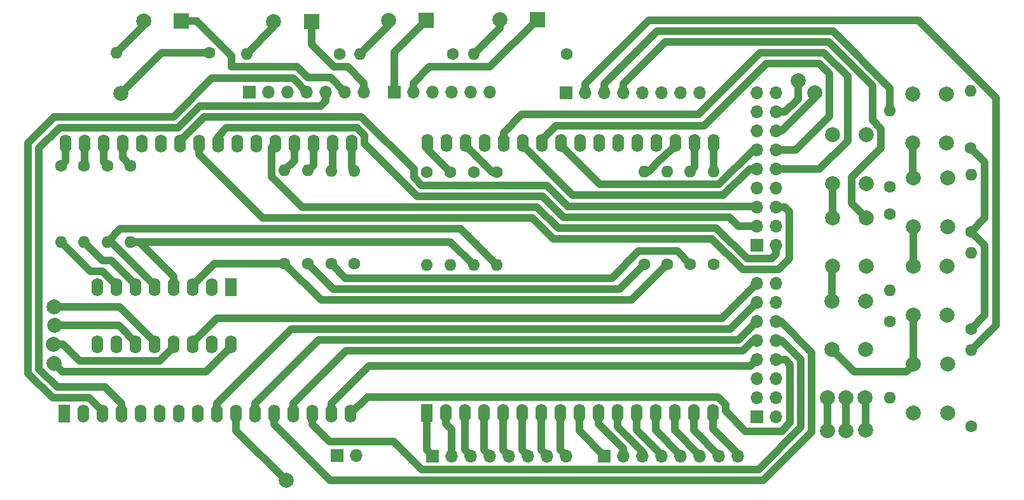
<source format=gbr>
G04 #@! TF.GenerationSoftware,KiCad,Pcbnew,7.0.2*
G04 #@! TF.CreationDate,2023-05-10T23:43:37-04:00*
G04 #@! TF.ProjectId,Tetris,54657472-6973-42e6-9b69-6361645f7063,rev?*
G04 #@! TF.SameCoordinates,Original*
G04 #@! TF.FileFunction,Copper,L2,Bot*
G04 #@! TF.FilePolarity,Positive*
%FSLAX46Y46*%
G04 Gerber Fmt 4.6, Leading zero omitted, Abs format (unit mm)*
G04 Created by KiCad (PCBNEW 7.0.2) date 2023-05-10 23:43:37*
%MOMM*%
%LPD*%
G01*
G04 APERTURE LIST*
G04 #@! TA.AperFunction,ComponentPad*
%ADD10O,1.600000X1.600000*%
G04 #@! TD*
G04 #@! TA.AperFunction,ComponentPad*
%ADD11C,1.600000*%
G04 #@! TD*
G04 #@! TA.AperFunction,ComponentPad*
%ADD12C,2.000000*%
G04 #@! TD*
G04 #@! TA.AperFunction,ComponentPad*
%ADD13R,1.600000X2.400000*%
G04 #@! TD*
G04 #@! TA.AperFunction,ComponentPad*
%ADD14O,1.600000X2.400000*%
G04 #@! TD*
G04 #@! TA.AperFunction,ComponentPad*
%ADD15R,2.000000X2.000000*%
G04 #@! TD*
G04 #@! TA.AperFunction,ComponentPad*
%ADD16R,1.700000X1.700000*%
G04 #@! TD*
G04 #@! TA.AperFunction,ComponentPad*
%ADD17O,1.700000X1.700000*%
G04 #@! TD*
G04 #@! TA.AperFunction,ViaPad*
%ADD18C,2.000000*%
G04 #@! TD*
G04 #@! TA.AperFunction,Conductor*
%ADD19C,1.000000*%
G04 #@! TD*
G04 APERTURE END LIST*
D10*
G04 #@! TO.P,R13,2*
G04 #@! TO.N,/S5*
X105000000Y-102100000D03*
D11*
G04 #@! TO.P,R13,1*
G04 #@! TO.N,Net-(M2-P_5)*
X105000000Y-91940000D03*
G04 #@! TD*
D10*
G04 #@! TO.P,R14,2*
G04 #@! TO.N,/S6*
X101900000Y-102075000D03*
D11*
G04 #@! TO.P,R14,1*
G04 #@! TO.N,Net-(M2-P_6)*
X101900000Y-91915000D03*
G04 #@! TD*
D12*
G04 #@! TO.P,SW3,1,1*
G04 #@! TO.N,/18*
X213700000Y-105300000D03*
X213700000Y-111800000D03*
G04 #@! TO.P,SW3,2,2*
G04 #@! TO.N,+5V*
X209200000Y-105300000D03*
X209200000Y-111800000D03*
G04 #@! TD*
G04 #@! TO.P,SW6,1,1*
G04 #@! TO.N,/17*
X202950000Y-98850000D03*
X202950000Y-105350000D03*
G04 #@! TO.P,SW6,2,2*
G04 #@! TO.N,+5V*
X198450000Y-98850000D03*
X198450000Y-105350000D03*
G04 #@! TD*
D11*
G04 #@! TO.P,R2,1*
G04 #@! TO.N,/S2*
X179525000Y-105075000D03*
D10*
G04 #@! TO.P,R2,2*
G04 #@! TO.N,Net-(M1-P_2)*
X179525000Y-92675000D03*
G04 #@! TD*
D11*
G04 #@! TO.P,R3,1*
G04 #@! TO.N,/S3*
X173375000Y-105075000D03*
D10*
G04 #@! TO.P,R3,2*
G04 #@! TO.N,Net-(M1-P_3)*
X173375000Y-92675000D03*
G04 #@! TD*
G04 #@! TO.P,R15,2*
G04 #@! TO.N,/S7*
X98800000Y-102075000D03*
D11*
G04 #@! TO.P,R15,1*
G04 #@! TO.N,Net-(M2-P_7)*
X98800000Y-91915000D03*
G04 #@! TD*
D12*
G04 #@! TO.P,SW5,1,1*
G04 #@! TO.N,/16*
X202950000Y-87800000D03*
X202950000Y-94300000D03*
G04 #@! TO.P,SW5,2,2*
G04 #@! TO.N,+5V*
X198450000Y-87800000D03*
X198450000Y-94300000D03*
G04 #@! TD*
D13*
G04 #@! TO.P,M1,1,B_1*
G04 #@! TO.N,/A0*
X144400000Y-124900000D03*
D14*
G04 #@! TO.P,M1,2,B_2*
G04 #@! TO.N,/A1*
X146940000Y-124900000D03*
G04 #@! TO.P,M1,3,B_3*
G04 #@! TO.N,/A2*
X149480000Y-124900000D03*
G04 #@! TO.P,M1,4,B_4*
G04 #@! TO.N,/A3*
X152020000Y-124900000D03*
G04 #@! TO.P,M1,5,B_5*
G04 #@! TO.N,/A4*
X154560000Y-124900000D03*
G04 #@! TO.P,M1,6,B_6*
G04 #@! TO.N,/A5*
X157100000Y-124900000D03*
G04 #@! TO.P,M1,7,B_7*
G04 #@! TO.N,/A6*
X159640000Y-124900000D03*
G04 #@! TO.P,M1,8,B_8*
G04 #@! TO.N,/A7*
X162180000Y-124900000D03*
G04 #@! TO.P,M1,9,R_1*
G04 #@! TO.N,/A8*
X164720000Y-124900000D03*
G04 #@! TO.P,M1,10,R_2*
G04 #@! TO.N,/A9*
X167260000Y-124900000D03*
G04 #@! TO.P,M1,11,R_3*
G04 #@! TO.N,/A10*
X169800000Y-124900000D03*
G04 #@! TO.P,M1,12,R_4*
G04 #@! TO.N,/A11*
X172340000Y-124900000D03*
G04 #@! TO.P,M1,13,R_5*
G04 #@! TO.N,/A12*
X174880000Y-124900000D03*
G04 #@! TO.P,M1,14,R_6*
G04 #@! TO.N,/A13*
X177420000Y-124900000D03*
G04 #@! TO.P,M1,15,R_7*
G04 #@! TO.N,/A14*
X179960000Y-124900000D03*
G04 #@! TO.P,M1,16,R_8*
G04 #@! TO.N,/A15*
X182500000Y-124900000D03*
G04 #@! TO.P,M1,17,P_1*
G04 #@! TO.N,Net-(M1-P_1)*
X182600000Y-88900000D03*
G04 #@! TO.P,M1,18,P_2*
G04 #@! TO.N,Net-(M1-P_2)*
X180060000Y-88900000D03*
G04 #@! TO.P,M1,19,P_3*
G04 #@! TO.N,Net-(M1-P_3)*
X177520000Y-88900000D03*
G04 #@! TO.P,M1,20,P_4*
G04 #@! TO.N,Net-(M1-P_4)*
X174980000Y-88900000D03*
G04 #@! TO.P,M1,21,G_8*
G04 #@! TO.N,/22*
X172440000Y-88900000D03*
G04 #@! TO.P,M1,22,G_7*
G04 #@! TO.N,/23*
X169900000Y-88900000D03*
G04 #@! TO.P,M1,23,G_6*
G04 #@! TO.N,/24*
X167360000Y-88900000D03*
G04 #@! TO.P,M1,24,G_5*
G04 #@! TO.N,/25*
X164820000Y-88900000D03*
G04 #@! TO.P,M1,25,G_4*
G04 #@! TO.N,/26*
X162280000Y-88900000D03*
G04 #@! TO.P,M1,26,G_3*
G04 #@! TO.N,/27*
X159740000Y-88900000D03*
G04 #@! TO.P,M1,27,G_2*
G04 #@! TO.N,/28*
X157200000Y-88900000D03*
G04 #@! TO.P,M1,28,G_1*
G04 #@! TO.N,/29*
X154660000Y-88900000D03*
G04 #@! TO.P,M1,29,P_5*
G04 #@! TO.N,Net-(M1-P_5)*
X152120000Y-88900000D03*
G04 #@! TO.P,M1,30,P_6*
G04 #@! TO.N,Net-(M1-P_6)*
X149580000Y-88900000D03*
G04 #@! TO.P,M1,31,P_7*
G04 #@! TO.N,Net-(M1-P_7)*
X147040000Y-88900000D03*
G04 #@! TO.P,M1,32,P_8*
G04 #@! TO.N,Net-(M1-P_8)*
X144500000Y-88900000D03*
G04 #@! TD*
D12*
G04 #@! TO.P,SW4,1,1*
G04 #@! TO.N,/15*
X213750000Y-118400000D03*
X213750000Y-124900000D03*
G04 #@! TO.P,SW4,2,2*
G04 #@! TO.N,+5V*
X209250000Y-118400000D03*
X209250000Y-124900000D03*
G04 #@! TD*
D11*
G04 #@! TO.P,R5,1*
G04 #@! TO.N,Net-(M1-P_5)*
X150675000Y-92775000D03*
D10*
G04 #@! TO.P,R5,2*
G04 #@! TO.N,/S5*
X150675000Y-105175000D03*
G04 #@! TD*
D15*
G04 #@! TO.P,BZ4,1,-*
G04 #@! TO.N,/\u002A9*
X111750000Y-72650000D03*
D12*
G04 #@! TO.P,BZ4,2,+*
G04 #@! TO.N,Net-(BZ4-+)*
X106750000Y-72650000D03*
G04 #@! TD*
G04 #@! TO.P,SW7,1,1*
G04 #@! TO.N,/21*
X202850000Y-109950000D03*
X202850000Y-116450000D03*
G04 #@! TO.P,SW7,2,2*
G04 #@! TO.N,+5V*
X198350000Y-109950000D03*
X198350000Y-116450000D03*
G04 #@! TD*
D13*
G04 #@! TO.P,M2,1,B_1*
G04 #@! TO.N,/\u002A13*
X96210000Y-125000000D03*
D14*
G04 #@! TO.P,M2,2,B_2*
G04 #@! TO.N,/\u002A12*
X98750000Y-125000000D03*
G04 #@! TO.P,M2,3,B_3*
G04 #@! TO.N,/\u002A11*
X101290000Y-125000000D03*
G04 #@! TO.P,M2,4,B_4*
G04 #@! TO.N,/\u002A10*
X103830000Y-125000000D03*
G04 #@! TO.P,M2,5,B_5*
G04 #@! TO.N,/50*
X106370000Y-125000000D03*
G04 #@! TO.P,M2,6,B_6*
G04 #@! TO.N,/51*
X108910000Y-125000000D03*
G04 #@! TO.P,M2,7,B_7*
G04 #@! TO.N,/\u002A52*
X111450000Y-125000000D03*
G04 #@! TO.P,M2,8,B_8*
G04 #@! TO.N,/53*
X113990000Y-125000000D03*
G04 #@! TO.P,M2,9,R_1*
G04 #@! TO.N,/42*
X116530000Y-125000000D03*
G04 #@! TO.P,M2,10,R_2*
G04 #@! TO.N,/43*
X119070000Y-125000000D03*
G04 #@! TO.P,M2,11,R_3*
G04 #@! TO.N,/\u002A44*
X121610000Y-125000000D03*
G04 #@! TO.P,M2,12,R_4*
G04 #@! TO.N,/\u002A45*
X124150000Y-125000000D03*
G04 #@! TO.P,M2,13,R_5*
G04 #@! TO.N,/\u002A46*
X126690000Y-125000000D03*
G04 #@! TO.P,M2,14,R_6*
G04 #@! TO.N,/47*
X129230000Y-125000000D03*
G04 #@! TO.P,M2,15,R_7*
G04 #@! TO.N,/48*
X131770000Y-125000000D03*
G04 #@! TO.P,M2,16,R_8*
G04 #@! TO.N,/49*
X134310000Y-125000000D03*
G04 #@! TO.P,M2,17,P_1*
G04 #@! TO.N,Net-(M2-P_1)*
X134410000Y-89000000D03*
G04 #@! TO.P,M2,18,P_2*
G04 #@! TO.N,Net-(M2-P_2)*
X131870000Y-89000000D03*
G04 #@! TO.P,M2,19,P_3*
G04 #@! TO.N,Net-(M2-P_3)*
X129330000Y-89000000D03*
G04 #@! TO.P,M2,20,P_4*
G04 #@! TO.N,Net-(M2-P_4)*
X126790000Y-89000000D03*
G04 #@! TO.P,M2,21,G_8*
G04 #@! TO.N,/37*
X124250000Y-89000000D03*
G04 #@! TO.P,M2,22,G_7*
G04 #@! TO.N,/36*
X121710000Y-89000000D03*
G04 #@! TO.P,M2,23,G_6*
G04 #@! TO.N,/35*
X119170000Y-89000000D03*
G04 #@! TO.P,M2,24,G_5*
G04 #@! TO.N,/34*
X116630000Y-89000000D03*
G04 #@! TO.P,M2,25,G_4*
G04 #@! TO.N,/33*
X114090000Y-89000000D03*
G04 #@! TO.P,M2,26,G_3*
G04 #@! TO.N,/32*
X111550000Y-89000000D03*
G04 #@! TO.P,M2,27,G_2*
G04 #@! TO.N,/31*
X109010000Y-89000000D03*
G04 #@! TO.P,M2,28,G_1*
G04 #@! TO.N,/30*
X106470000Y-89000000D03*
G04 #@! TO.P,M2,29,P_5*
G04 #@! TO.N,Net-(M2-P_5)*
X103930000Y-89000000D03*
G04 #@! TO.P,M2,30,P_6*
G04 #@! TO.N,Net-(M2-P_6)*
X101390000Y-89000000D03*
G04 #@! TO.P,M2,31,P_7*
G04 #@! TO.N,Net-(M2-P_7)*
X98850000Y-89000000D03*
G04 #@! TO.P,M2,32,P_8*
G04 #@! TO.N,Net-(M2-P_8)*
X96310000Y-89000000D03*
G04 #@! TD*
D15*
G04 #@! TO.P,BZ3,1,-*
G04 #@! TO.N,/\u002A8*
X129075000Y-72715000D03*
D12*
G04 #@! TO.P,BZ3,2,+*
G04 #@! TO.N,Net-(BZ3-+)*
X124075000Y-72715000D03*
G04 #@! TD*
D15*
G04 #@! TO.P,BZ1,1,-*
G04 #@! TO.N,/\u002A6*
X159150000Y-72450000D03*
D12*
G04 #@! TO.P,BZ1,2,+*
G04 #@! TO.N,Net-(BZ1-+)*
X154150000Y-72450000D03*
G04 #@! TD*
D11*
G04 #@! TO.P,R11,1*
G04 #@! TO.N,/S3*
X128600000Y-104975000D03*
D10*
G04 #@! TO.P,R11,2*
G04 #@! TO.N,Net-(M2-P_3)*
X128600000Y-92575000D03*
G04 #@! TD*
D11*
G04 #@! TO.P,R12,1*
G04 #@! TO.N,/S4*
X125500000Y-104975000D03*
D10*
G04 #@! TO.P,R12,2*
G04 #@! TO.N,Net-(M2-P_4)*
X125500000Y-92575000D03*
G04 #@! TD*
D13*
G04 #@! TO.P,U1,1,QB*
G04 #@! TO.N,/S2*
X118355000Y-108155000D03*
D14*
G04 #@! TO.P,U1,2,QC*
G04 #@! TO.N,/S3*
X115815000Y-108155000D03*
G04 #@! TO.P,U1,3,QD*
G04 #@! TO.N,/S4*
X113275000Y-108155000D03*
G04 #@! TO.P,U1,4,QE*
G04 #@! TO.N,/S5*
X110735000Y-108155000D03*
G04 #@! TO.P,U1,5,QF*
G04 #@! TO.N,/S6*
X108195000Y-108155000D03*
G04 #@! TO.P,U1,6,QG*
G04 #@! TO.N,/S7*
X105655000Y-108155000D03*
G04 #@! TO.P,U1,7,QH*
G04 #@! TO.N,/S8*
X103115000Y-108155000D03*
G04 #@! TO.P,U1,8,GND*
G04 #@! TO.N,GND*
X100575000Y-108155000D03*
G04 #@! TO.P,U1,9,QH'*
G04 #@! TO.N,unconnected-(U1-QH'-Pad9)*
X100575000Y-115775000D03*
G04 #@! TO.P,U1,10,~{SRCLR}*
G04 #@! TO.N,+5V*
X103115000Y-115775000D03*
G04 #@! TO.P,U1,11,SRCLK*
G04 #@! TO.N,/\u002A4*
X105655000Y-115775000D03*
G04 #@! TO.P,U1,12,RCLK*
G04 #@! TO.N,/\u002A5*
X108195000Y-115775000D03*
G04 #@! TO.P,U1,13,~{OE}*
G04 #@! TO.N,GND*
X110735000Y-115775000D03*
G04 #@! TO.P,U1,14,SER*
G04 #@! TO.N,/40*
X113275000Y-115775000D03*
G04 #@! TO.P,U1,15,QA*
G04 #@! TO.N,/S1*
X115815000Y-115775000D03*
G04 #@! TO.P,U1,16,VCC*
G04 #@! TO.N,+5V*
X118355000Y-115775000D03*
G04 #@! TD*
D11*
G04 #@! TO.P,R1,1*
G04 #@! TO.N,/S1*
X182600000Y-105075000D03*
D10*
G04 #@! TO.P,R1,2*
G04 #@! TO.N,Net-(M1-P_1)*
X182600000Y-92675000D03*
G04 #@! TD*
G04 #@! TO.P,R16,2*
G04 #@! TO.N,/S8*
X95725000Y-102075000D03*
D11*
G04 #@! TO.P,R16,1*
G04 #@! TO.N,Net-(M2-P_8)*
X95725000Y-91915000D03*
G04 #@! TD*
G04 #@! TO.P,R9,1*
G04 #@! TO.N,/S1*
X134800000Y-105000000D03*
D10*
G04 #@! TO.P,R9,2*
G04 #@! TO.N,Net-(M2-P_1)*
X134800000Y-92600000D03*
G04 #@! TD*
D11*
G04 #@! TO.P,R10,1*
G04 #@! TO.N,/S2*
X131700000Y-105000000D03*
D10*
G04 #@! TO.P,R10,2*
G04 #@! TO.N,Net-(M2-P_2)*
X131700000Y-92600000D03*
G04 #@! TD*
D11*
G04 #@! TO.P,R7,1*
G04 #@! TO.N,Net-(M1-P_7)*
X144475000Y-92775000D03*
D10*
G04 #@! TO.P,R7,2*
G04 #@! TO.N,/S7*
X144475000Y-105175000D03*
G04 #@! TD*
D11*
G04 #@! TO.P,R6,1*
G04 #@! TO.N,Net-(M1-P_6)*
X153775000Y-92775000D03*
D10*
G04 #@! TO.P,R6,2*
G04 #@! TO.N,/S6*
X153775000Y-105175000D03*
G04 #@! TD*
D12*
G04 #@! TO.P,SW2,1,1*
G04 #@! TO.N,/20*
X213750000Y-93550000D03*
X213750000Y-100050000D03*
G04 #@! TO.P,SW2,2,2*
G04 #@! TO.N,+5V*
X209250000Y-93550000D03*
X209250000Y-100050000D03*
G04 #@! TD*
D15*
G04 #@! TO.P,BZ2,1,-*
G04 #@! TO.N,/\u002A7*
X144350000Y-72550000D03*
D12*
G04 #@! TO.P,BZ2,2,+*
G04 #@! TO.N,Net-(BZ2-+)*
X139350000Y-72550000D03*
G04 #@! TD*
G04 #@! TO.P,SW1,1,1*
G04 #@! TO.N,/19*
X213650000Y-82400000D03*
X213650000Y-88900000D03*
G04 #@! TO.P,SW1,2,2*
G04 #@! TO.N,+5V*
X209150000Y-82400000D03*
X209150000Y-88900000D03*
G04 #@! TD*
D11*
G04 #@! TO.P,R4,1*
G04 #@! TO.N,/S4*
X176450000Y-105075000D03*
D10*
G04 #@! TO.P,R4,2*
G04 #@! TO.N,Net-(M1-P_4)*
X176450000Y-92675000D03*
G04 #@! TD*
D11*
G04 #@! TO.P,R8,1*
G04 #@! TO.N,Net-(M1-P_8)*
X147575000Y-92775000D03*
D10*
G04 #@! TO.P,R8,2*
G04 #@! TO.N,/S8*
X147575000Y-105175000D03*
G04 #@! TD*
D16*
G04 #@! TO.P,J7,1,Pin_1*
G04 #@! TO.N,/36*
X188392000Y-102530000D03*
D17*
G04 #@! TO.P,J7,2,Pin_2*
G04 #@! TO.N,/37*
X190932000Y-102530000D03*
G04 #@! TO.P,J7,3,Pin_3*
G04 #@! TO.N,/34*
X188392000Y-99990000D03*
G04 #@! TO.P,J7,4,Pin_4*
G04 #@! TO.N,/35*
X190932000Y-99990000D03*
G04 #@! TO.P,J7,5,Pin_5*
G04 #@! TO.N,/32*
X188392000Y-97450000D03*
G04 #@! TO.P,J7,6,Pin_6*
G04 #@! TO.N,/33*
X190932000Y-97450000D03*
G04 #@! TO.P,J7,7,Pin_7*
G04 #@! TO.N,/30*
X188392000Y-94910000D03*
G04 #@! TO.P,J7,8,Pin_8*
G04 #@! TO.N,/31*
X190932000Y-94910000D03*
G04 #@! TO.P,J7,9,Pin_9*
G04 #@! TO.N,/28*
X188392000Y-92370000D03*
G04 #@! TO.P,J7,10,Pin_10*
G04 #@! TO.N,/29*
X190932000Y-92370000D03*
G04 #@! TO.P,J7,11,Pin_11*
G04 #@! TO.N,/26*
X188392000Y-89830000D03*
G04 #@! TO.P,J7,12,Pin_12*
G04 #@! TO.N,/27*
X190932000Y-89830000D03*
G04 #@! TO.P,J7,13,Pin_13*
G04 #@! TO.N,/24*
X188392000Y-87290000D03*
G04 #@! TO.P,J7,14,Pin_14*
G04 #@! TO.N,/25*
X190932000Y-87290000D03*
G04 #@! TO.P,J7,15,Pin_15*
G04 #@! TO.N,/22*
X188392000Y-84750000D03*
G04 #@! TO.P,J7,16,Pin_16*
G04 #@! TO.N,/23*
X190932000Y-84750000D03*
G04 #@! TO.P,J7,17,Pin_17*
G04 #@! TO.N,+5V*
X188392000Y-82210000D03*
G04 #@! TO.P,J7,18,Pin_18*
X190932000Y-82210000D03*
G04 #@! TD*
D11*
G04 #@! TO.P,R27,1*
G04 #@! TO.N,GND*
X115500000Y-76850000D03*
D10*
G04 #@! TO.P,R27,2*
G04 #@! TO.N,Net-(BZ4-+)*
X103100000Y-76850000D03*
G04 #@! TD*
D16*
G04 #@! TO.P,J8,1,Pin_1*
G04 #@! TO.N,GND*
X188410000Y-125380000D03*
D17*
G04 #@! TO.P,J8,2,Pin_2*
X190950000Y-125380000D03*
G04 #@! TO.P,J8,3,Pin_3*
G04 #@! TO.N,/\u002A52*
X188410000Y-122840000D03*
G04 #@! TO.P,J8,4,Pin_4*
G04 #@! TO.N,/53*
X190950000Y-122840000D03*
G04 #@! TO.P,J8,5,Pin_5*
G04 #@! TO.N,/50*
X188410000Y-120300000D03*
G04 #@! TO.P,J8,6,Pin_6*
G04 #@! TO.N,/51*
X190950000Y-120300000D03*
G04 #@! TO.P,J8,7,Pin_7*
G04 #@! TO.N,/48*
X188410000Y-117760000D03*
G04 #@! TO.P,J8,8,Pin_8*
G04 #@! TO.N,/49*
X190950000Y-117760000D03*
G04 #@! TO.P,J8,9,Pin_9*
G04 #@! TO.N,/\u002A46*
X188410000Y-115220000D03*
G04 #@! TO.P,J8,10,Pin_10*
G04 #@! TO.N,/47*
X190950000Y-115220000D03*
G04 #@! TO.P,J8,11,Pin_11*
G04 #@! TO.N,/\u002A44*
X188410000Y-112680000D03*
G04 #@! TO.P,J8,12,Pin_12*
G04 #@! TO.N,/\u002A45*
X190950000Y-112680000D03*
G04 #@! TO.P,J8,13,Pin_13*
G04 #@! TO.N,/42*
X188410000Y-110140000D03*
G04 #@! TO.P,J8,14,Pin_14*
G04 #@! TO.N,/43*
X190950000Y-110140000D03*
G04 #@! TO.P,J8,15,Pin_15*
G04 #@! TO.N,/40*
X188410000Y-107600000D03*
G04 #@! TO.P,J8,16,Pin_16*
G04 #@! TO.N,/41*
X190950000Y-107600000D03*
G04 #@! TD*
D16*
G04 #@! TO.P,J2,1,Pin_1*
G04 #@! TO.N,GND*
X120800000Y-82100000D03*
D17*
G04 #@! TO.P,J2,2,Pin_2*
G04 #@! TO.N,/\u002A13*
X123340000Y-82100000D03*
G04 #@! TO.P,J2,3,Pin_3*
G04 #@! TO.N,/\u002A12*
X125880000Y-82100000D03*
G04 #@! TO.P,J2,4,Pin_4*
G04 #@! TO.N,/\u002A11*
X128420000Y-82100000D03*
G04 #@! TO.P,J2,5,Pin_5*
G04 #@! TO.N,/\u002A10*
X130960000Y-82100000D03*
G04 #@! TO.P,J2,6,Pin_6*
G04 #@! TO.N,/\u002A9*
X133500000Y-82100000D03*
G04 #@! TO.P,J2,7,Pin_7*
G04 #@! TO.N,/\u002A8*
X136040000Y-82100000D03*
G04 #@! TD*
D11*
G04 #@! TO.P,R19,1*
G04 #@! TO.N,GND*
X216900000Y-113680000D03*
D10*
G04 #@! TO.P,R19,2*
G04 #@! TO.N,/18*
X216900000Y-103520000D03*
G04 #@! TD*
D16*
G04 #@! TO.P,J1,1,Pin_1*
G04 #@! TO.N,+5V*
X132525000Y-130550000D03*
D17*
G04 #@! TO.P,J1,2,Pin_2*
G04 #@! TO.N,GND*
X135065000Y-130550000D03*
G04 #@! TD*
D11*
G04 #@! TO.P,R25,1*
G04 #@! TO.N,GND*
X147940000Y-77000000D03*
D10*
G04 #@! TO.P,R25,2*
G04 #@! TO.N,Net-(BZ2-+)*
X135540000Y-77000000D03*
G04 #@! TD*
D11*
G04 #@! TO.P,R18,1*
G04 #@! TO.N,GND*
X216900000Y-100710000D03*
D10*
G04 #@! TO.P,R18,2*
G04 #@! TO.N,/20*
X216900000Y-93090000D03*
G04 #@! TD*
D11*
G04 #@! TO.P,R17,1*
G04 #@! TO.N,GND*
X216800000Y-89560000D03*
D10*
G04 #@! TO.P,R17,2*
G04 #@! TO.N,/19*
X216800000Y-81940000D03*
G04 #@! TD*
D11*
G04 #@! TO.P,R26,1*
G04 #@! TO.N,GND*
X132875000Y-77015000D03*
D10*
G04 #@! TO.P,R26,2*
G04 #@! TO.N,Net-(BZ3-+)*
X120475000Y-77015000D03*
G04 #@! TD*
D16*
G04 #@! TO.P,J5,1,Pin_1*
G04 #@! TO.N,/A8*
X168057000Y-130600000D03*
D17*
G04 #@! TO.P,J5,2,Pin_2*
G04 #@! TO.N,/A9*
X170597000Y-130600000D03*
G04 #@! TO.P,J5,3,Pin_3*
G04 #@! TO.N,/A10*
X173137000Y-130600000D03*
G04 #@! TO.P,J5,4,Pin_4*
G04 #@! TO.N,/A11*
X175677000Y-130600000D03*
G04 #@! TO.P,J5,5,Pin_5*
G04 #@! TO.N,/A12*
X178217000Y-130600000D03*
G04 #@! TO.P,J5,6,Pin_6*
G04 #@! TO.N,/A13*
X180757000Y-130600000D03*
G04 #@! TO.P,J5,7,Pin_7*
G04 #@! TO.N,/A14*
X183297000Y-130600000D03*
G04 #@! TO.P,J5,8,Pin_8*
G04 #@! TO.N,/A15*
X185837000Y-130600000D03*
G04 #@! TD*
D11*
G04 #@! TO.P,R22,1*
G04 #@! TO.N,/17*
X206100000Y-98360000D03*
D10*
G04 #@! TO.P,R22,2*
G04 #@! TO.N,GND*
X206100000Y-108520000D03*
G04 #@! TD*
D11*
G04 #@! TO.P,R23,1*
G04 #@! TO.N,/21*
X206100000Y-112710000D03*
D10*
G04 #@! TO.P,R23,2*
G04 #@! TO.N,GND*
X206100000Y-122870000D03*
G04 #@! TD*
D11*
G04 #@! TO.P,R24,1*
G04 #@! TO.N,GND*
X163100000Y-77000000D03*
D10*
G04 #@! TO.P,R24,2*
G04 #@! TO.N,Net-(BZ1-+)*
X150700000Y-77000000D03*
G04 #@! TD*
D16*
G04 #@! TO.P,J4,1,Pin_1*
G04 #@! TO.N,/\u002A7*
X140117000Y-82100000D03*
D17*
G04 #@! TO.P,J4,2,Pin_2*
G04 #@! TO.N,/\u002A6*
X142657000Y-82100000D03*
G04 #@! TO.P,J4,3,Pin_3*
G04 #@! TO.N,/\u002A5*
X145197000Y-82100000D03*
G04 #@! TO.P,J4,4,Pin_4*
G04 #@! TO.N,/\u002A4*
X147737000Y-82100000D03*
G04 #@! TO.P,J4,5,Pin_5*
G04 #@! TO.N,/\u002A3*
X150277000Y-82100000D03*
G04 #@! TO.P,J4,6,Pin_6*
G04 #@! TO.N,/\u002A2*
X152817000Y-82100000D03*
G04 #@! TD*
D11*
G04 #@! TO.P,R21,1*
G04 #@! TO.N,GND*
X206100000Y-94730000D03*
D10*
G04 #@! TO.P,R21,2*
G04 #@! TO.N,/16*
X206100000Y-84570000D03*
G04 #@! TD*
D11*
G04 #@! TO.P,R20,1*
G04 #@! TO.N,GND*
X216900000Y-126660000D03*
D10*
G04 #@! TO.P,R20,2*
G04 #@! TO.N,/15*
X216900000Y-116500000D03*
G04 #@! TD*
D16*
G04 #@! TO.P,J6,1,Pin_1*
G04 #@! TO.N,/14*
X162997000Y-82200000D03*
D17*
G04 #@! TO.P,J6,2,Pin_2*
G04 #@! TO.N,/15*
X165537000Y-82200000D03*
G04 #@! TO.P,J6,3,Pin_3*
G04 #@! TO.N,/16*
X168077000Y-82200000D03*
G04 #@! TO.P,J6,4,Pin_4*
G04 #@! TO.N,/17*
X170617000Y-82200000D03*
G04 #@! TO.P,J6,5,Pin_5*
G04 #@! TO.N,/18*
X173157000Y-82200000D03*
G04 #@! TO.P,J6,6,Pin_6*
G04 #@! TO.N,/19*
X175697000Y-82200000D03*
G04 #@! TO.P,J6,7,Pin_7*
G04 #@! TO.N,/20*
X178237000Y-82200000D03*
G04 #@! TO.P,J6,8,Pin_8*
G04 #@! TO.N,/21*
X180777000Y-82200000D03*
G04 #@! TD*
D16*
G04 #@! TO.P,J3,1,Pin_1*
G04 #@! TO.N,/A0*
X145197000Y-130600000D03*
D17*
G04 #@! TO.P,J3,2,Pin_2*
G04 #@! TO.N,/A1*
X147737000Y-130600000D03*
G04 #@! TO.P,J3,3,Pin_3*
G04 #@! TO.N,/A2*
X150277000Y-130600000D03*
G04 #@! TO.P,J3,4,Pin_4*
G04 #@! TO.N,/A3*
X152817000Y-130600000D03*
G04 #@! TO.P,J3,5,Pin_5*
G04 #@! TO.N,/A4*
X155357000Y-130600000D03*
G04 #@! TO.P,J3,6,Pin_6*
G04 #@! TO.N,/A5*
X157897000Y-130600000D03*
G04 #@! TO.P,J3,7,Pin_7*
G04 #@! TO.N,/A6*
X160437000Y-130600000D03*
G04 #@! TO.P,J3,8,Pin_8*
G04 #@! TO.N,/A7*
X162977000Y-130600000D03*
G04 #@! TD*
D18*
G04 #@! TO.N,GND*
X94775000Y-115700000D03*
X103725000Y-82275000D03*
G04 #@! TO.N,/53*
X197740000Y-127250000D03*
X197740000Y-122850000D03*
G04 #@! TO.N,/51*
X200200000Y-122850000D03*
X200200000Y-127250000D03*
G04 #@! TO.N,/43*
X125750000Y-133890000D03*
X202850000Y-127190000D03*
X202800000Y-122840000D03*
G04 #@! TO.N,/25*
X196050000Y-82190000D03*
G04 #@! TO.N,/23*
X193850000Y-80590000D03*
G04 #@! TO.N,+5V*
X94850000Y-118275000D03*
G04 #@! TO.N,/\u002A5*
X94850000Y-110700000D03*
G04 #@! TO.N,/\u002A4*
X94875000Y-113175000D03*
G04 #@! TD*
D19*
G04 #@! TO.N,GND*
X115500000Y-76850000D02*
X109150000Y-76850000D01*
X98250000Y-117925000D02*
X108919874Y-117925000D01*
X218700000Y-91460000D02*
X218700000Y-98910000D01*
X108919874Y-117925000D02*
X110735000Y-116109874D01*
X109150000Y-76850000D02*
X103725000Y-82275000D01*
X96025000Y-115700000D02*
X98250000Y-117925000D01*
X216800000Y-89560000D02*
X218700000Y-91460000D01*
X216900000Y-100710000D02*
X218700000Y-102510000D01*
X218700000Y-102510000D02*
X218700000Y-111880000D01*
X218700000Y-111880000D02*
X216900000Y-113680000D01*
X218700000Y-98910000D02*
X216900000Y-100710000D01*
X110735000Y-116109874D02*
X110735000Y-115775000D01*
X94775000Y-115700000D02*
X96025000Y-115700000D01*
G04 #@! TO.N,/53*
X197740000Y-122850000D02*
X197740000Y-127250000D01*
G04 #@! TO.N,/51*
X200200000Y-122850000D02*
X200200000Y-127250000D01*
G04 #@! TO.N,/48*
X131770000Y-125000000D02*
X131770000Y-123600000D01*
X136760000Y-118610000D02*
X187560000Y-118610000D01*
X187560000Y-118610000D02*
X188410000Y-117760000D01*
X131770000Y-123600000D02*
X136760000Y-118610000D01*
G04 #@! TO.N,/49*
X136560000Y-122750000D02*
X183224874Y-122750000D01*
X186900000Y-127300000D02*
X184250000Y-124650000D01*
X191646296Y-127300000D02*
X186900000Y-127300000D01*
X191646296Y-127300000D02*
X192800000Y-126146296D01*
X192800000Y-126146296D02*
X192800000Y-118407919D01*
X184250000Y-123775126D02*
X183224874Y-122750000D01*
X134310000Y-125000000D02*
X136560000Y-122750000D01*
X192800000Y-118407919D02*
X192152081Y-117760000D01*
X192152081Y-117760000D02*
X190950000Y-117760000D01*
X184250000Y-124650000D02*
X184250000Y-123775126D01*
G04 #@! TO.N,/\u002A46*
X126690000Y-125000000D02*
X126690000Y-123600000D01*
X187915025Y-115220000D02*
X188410000Y-115220000D01*
X186535025Y-116600000D02*
X187915025Y-115220000D01*
X126690000Y-123600000D02*
X133690000Y-116600000D01*
X133690000Y-116600000D02*
X186535025Y-116600000D01*
G04 #@! TO.N,/47*
X129230000Y-126400000D02*
X131480000Y-128650000D01*
X143800000Y-132400000D02*
X188600000Y-132400000D01*
X191662691Y-115220000D02*
X190950000Y-115220000D01*
X194250000Y-117807309D02*
X191662691Y-115220000D01*
X131480000Y-128650000D02*
X140050000Y-128650000D01*
X140050000Y-128650000D02*
X143800000Y-132400000D01*
X194250000Y-126750000D02*
X194250000Y-117807309D01*
X188600000Y-132400000D02*
X194250000Y-126750000D01*
X129230000Y-125000000D02*
X129230000Y-126400000D01*
G04 #@! TO.N,/\u002A44*
X121610000Y-125000000D02*
X121610000Y-123600000D01*
X121610000Y-123600000D02*
X130060000Y-115150000D01*
X185934415Y-115150000D02*
X188404415Y-112680000D01*
X130060000Y-115150000D02*
X185934415Y-115150000D01*
X188404415Y-112680000D02*
X188410000Y-112680000D01*
G04 #@! TO.N,/\u002A45*
X124150000Y-126400000D02*
X131600000Y-133850000D01*
X195700000Y-127400000D02*
X195700000Y-116800000D01*
X131600000Y-133850000D02*
X189250000Y-133850000D01*
X189250000Y-133850000D02*
X195700000Y-127400000D01*
X124150000Y-125000000D02*
X124150000Y-126400000D01*
X191580000Y-112680000D02*
X190950000Y-112680000D01*
X195700000Y-116800000D02*
X191580000Y-112680000D01*
G04 #@! TO.N,/42*
X116530000Y-125000000D02*
X116530000Y-123600000D01*
X116530000Y-123600000D02*
X126430000Y-113700000D01*
X126430000Y-113700000D02*
X184844415Y-113700000D01*
X188404415Y-110140000D02*
X188410000Y-110140000D01*
X184844415Y-113700000D02*
X188404415Y-110140000D01*
G04 #@! TO.N,/43*
X119070000Y-127210000D02*
X125750000Y-133890000D01*
X119070000Y-125000000D02*
X119070000Y-127210000D01*
X202850000Y-127190000D02*
X202850000Y-122890000D01*
X202850000Y-122890000D02*
X202800000Y-122840000D01*
G04 #@! TO.N,/40*
X113275000Y-115440126D02*
X116465126Y-112250000D01*
X113275000Y-115775000D02*
X113275000Y-115440126D01*
X183754415Y-112250000D02*
X116465126Y-112250000D01*
X183754415Y-112250000D02*
X188404415Y-107600000D01*
X188404415Y-107600000D02*
X188410000Y-107600000D01*
G04 #@! TO.N,/37*
X190932000Y-103732081D02*
X190334081Y-104330000D01*
X159125000Y-97425000D02*
X127810126Y-97425000D01*
X123750000Y-93364874D02*
X123750000Y-89500000D01*
X190932000Y-102530000D02*
X190932000Y-103732081D01*
X182985000Y-100225000D02*
X161925000Y-100225000D01*
X127810126Y-97425000D02*
X123750000Y-93364874D01*
X187090000Y-104330000D02*
X182985000Y-100225000D01*
X123750000Y-89500000D02*
X124250000Y-89000000D01*
X190334081Y-104330000D02*
X187090000Y-104330000D01*
X161925000Y-100225000D02*
X159125000Y-97425000D01*
G04 #@! TO.N,/34*
X136160000Y-87875126D02*
X135134874Y-86850000D01*
X116630000Y-88010000D02*
X116630000Y-89000000D01*
X188392000Y-99990000D02*
X185940000Y-99990000D01*
X184725000Y-98775000D02*
X162638906Y-98775000D01*
X185940000Y-99990000D02*
X184725000Y-98775000D01*
X159838906Y-95975000D02*
X143149516Y-95975000D01*
X136160000Y-88985484D02*
X136160000Y-87875126D01*
X162638906Y-98775000D02*
X159838906Y-95975000D01*
X135134874Y-86850000D02*
X117790000Y-86850000D01*
X117790000Y-86850000D02*
X116630000Y-88010000D01*
X143149516Y-95975000D02*
X136160000Y-88985484D01*
G04 #@! TO.N,/32*
X157300000Y-94525000D02*
X160439516Y-94525000D01*
X135735484Y-85400000D02*
X142725000Y-92389516D01*
X160439516Y-94525000D02*
X163239516Y-97325000D01*
X111550000Y-89000000D02*
X111550000Y-88665126D01*
X143750126Y-94525000D02*
X157300000Y-94525000D01*
X114815126Y-85400000D02*
X135735484Y-85400000D01*
X142725000Y-93499874D02*
X143750126Y-94525000D01*
X111550000Y-88665126D02*
X114815126Y-85400000D01*
X188267000Y-97325000D02*
X188392000Y-97450000D01*
X163239516Y-97325000D02*
X188267000Y-97325000D01*
X142725000Y-92389516D02*
X142725000Y-93499874D01*
G04 #@! TO.N,/33*
X192732000Y-104308000D02*
X191260000Y-105780000D01*
X190932000Y-97450000D02*
X192134081Y-97450000D01*
X114090000Y-90400000D02*
X114090000Y-89000000D01*
X182384390Y-101675000D02*
X161324390Y-101675000D01*
X192134081Y-97450000D02*
X192732000Y-98047919D01*
X192732000Y-98047919D02*
X192732000Y-104308000D01*
X158524390Y-98875000D02*
X122565000Y-98875000D01*
X186489390Y-105780000D02*
X182384390Y-101675000D01*
X122565000Y-98875000D02*
X114090000Y-90400000D01*
X161324390Y-101675000D02*
X158524390Y-98875000D01*
X191260000Y-105780000D02*
X186489390Y-105780000D01*
G04 #@! TO.N,/28*
X157200000Y-89234874D02*
X157200000Y-88900000D01*
X187430484Y-92370000D02*
X183925484Y-95875000D01*
X188392000Y-92370000D02*
X187430484Y-92370000D01*
X183925484Y-95875000D02*
X163840126Y-95875000D01*
X163840126Y-95875000D02*
X157200000Y-89234874D01*
G04 #@! TO.N,/29*
X180600000Y-85100000D02*
X188800000Y-76900000D01*
X188800000Y-76900000D02*
X197308327Y-76900000D01*
X200450000Y-80041673D02*
X200450000Y-88628428D01*
X196708428Y-92370000D02*
X190932000Y-92370000D01*
X200450000Y-88628428D02*
X196708428Y-92370000D01*
X154660000Y-88900000D02*
X154660000Y-87500000D01*
X154660000Y-87500000D02*
X157060000Y-85100000D01*
X157060000Y-85100000D02*
X180600000Y-85100000D01*
X197308327Y-76900000D02*
X200450000Y-80041673D01*
G04 #@! TO.N,/26*
X167470126Y-94425000D02*
X162280000Y-89234874D01*
X188392000Y-89830000D02*
X187919874Y-89830000D01*
X162280000Y-89234874D02*
X162280000Y-88900000D01*
X183324874Y-94425000D02*
X167470126Y-94425000D01*
X187919874Y-89830000D02*
X183324874Y-94425000D01*
G04 #@! TO.N,/25*
X191644691Y-87290000D02*
X190932000Y-87290000D01*
X196050000Y-82190000D02*
X196050000Y-82884691D01*
X196050000Y-82884691D02*
X191644691Y-87290000D01*
G04 #@! TO.N,/23*
X193850000Y-80590000D02*
X193850000Y-83034081D01*
X193850000Y-83034081D02*
X192134081Y-84750000D01*
X192134081Y-84750000D02*
X190932000Y-84750000D01*
G04 #@! TO.N,+5V*
X201300000Y-119400000D02*
X208250000Y-119400000D01*
X198350000Y-105450000D02*
X198450000Y-105350000D01*
X198450000Y-94300000D02*
X198450000Y-98850000D01*
X118355000Y-116109874D02*
X118355000Y-115775000D01*
X115089874Y-119375000D02*
X118355000Y-116109874D01*
X198350000Y-109950000D02*
X198350000Y-105450000D01*
X94850000Y-118275000D02*
X95950000Y-119375000D01*
X209150000Y-88900000D02*
X209150000Y-93450000D01*
X209250000Y-105250000D02*
X209200000Y-105300000D01*
X95950000Y-119375000D02*
X115089874Y-119375000D01*
X209250000Y-100050000D02*
X209250000Y-105250000D01*
X198350000Y-116450000D02*
X201300000Y-119400000D01*
X208250000Y-119400000D02*
X209250000Y-118400000D01*
X209200000Y-111800000D02*
X209200000Y-118350000D01*
X209150000Y-93450000D02*
X209250000Y-93550000D01*
X209200000Y-118350000D02*
X209250000Y-118400000D01*
G04 #@! TO.N,/A0*
X144400000Y-124900000D02*
X144400000Y-129803000D01*
X144400000Y-129803000D02*
X145197000Y-130600000D01*
G04 #@! TO.N,/A1*
X146940000Y-126300000D02*
X147737000Y-127097000D01*
X147737000Y-127097000D02*
X147737000Y-130600000D01*
X146940000Y-124900000D02*
X146940000Y-126300000D01*
G04 #@! TO.N,/A2*
X149480000Y-129803000D02*
X150277000Y-130600000D01*
X149480000Y-124900000D02*
X149480000Y-129803000D01*
G04 #@! TO.N,/A3*
X152020000Y-124900000D02*
X152020000Y-129803000D01*
X152020000Y-129803000D02*
X152817000Y-130600000D01*
G04 #@! TO.N,/A4*
X154560000Y-129803000D02*
X155357000Y-130600000D01*
X154560000Y-124900000D02*
X154560000Y-129803000D01*
G04 #@! TO.N,/A5*
X157100000Y-129803000D02*
X157897000Y-130600000D01*
X157100000Y-124900000D02*
X157100000Y-129803000D01*
G04 #@! TO.N,/A6*
X159640000Y-124900000D02*
X159640000Y-129803000D01*
X159640000Y-129803000D02*
X160437000Y-130600000D01*
G04 #@! TO.N,/A7*
X162180000Y-129803000D02*
X162977000Y-130600000D01*
X162180000Y-124900000D02*
X162180000Y-129803000D01*
G04 #@! TO.N,/A8*
X164720000Y-124900000D02*
X164720000Y-127263000D01*
X164720000Y-127263000D02*
X168057000Y-130600000D01*
G04 #@! TO.N,/A9*
X167260000Y-124900000D02*
X167260000Y-126300000D01*
X167260000Y-126300000D02*
X170597000Y-129637000D01*
X170597000Y-129637000D02*
X170597000Y-130600000D01*
G04 #@! TO.N,/A10*
X173137000Y-130055680D02*
X173137000Y-130600000D01*
X169800000Y-124900000D02*
X169800000Y-126718680D01*
X169800000Y-126718680D02*
X173137000Y-130055680D01*
G04 #@! TO.N,/A11*
X172340000Y-124900000D02*
X172340000Y-127137360D01*
X172340000Y-127137360D02*
X175677000Y-130474360D01*
X175677000Y-130474360D02*
X175677000Y-130600000D01*
G04 #@! TO.N,/A12*
X178217000Y-130523704D02*
X178217000Y-130600000D01*
X174880000Y-127186704D02*
X178217000Y-130523704D01*
X174880000Y-124900000D02*
X174880000Y-127186704D01*
G04 #@! TO.N,/A13*
X177420000Y-127186704D02*
X180757000Y-130523704D01*
X177420000Y-124900000D02*
X177420000Y-127186704D01*
X180757000Y-130523704D02*
X180757000Y-130600000D01*
G04 #@! TO.N,/A14*
X179960000Y-127186704D02*
X183297000Y-130523704D01*
X183297000Y-130523704D02*
X183297000Y-130600000D01*
X179960000Y-124900000D02*
X179960000Y-127186704D01*
G04 #@! TO.N,/A15*
X185837000Y-130337000D02*
X185837000Y-130600000D01*
X182500000Y-127000000D02*
X185837000Y-130337000D01*
X182500000Y-124900000D02*
X182500000Y-127000000D01*
G04 #@! TO.N,/\u002A11*
X126625585Y-80300000D02*
X126875292Y-80549708D01*
X101290000Y-125000000D02*
X101290000Y-124665126D01*
X115813906Y-80300000D02*
X126625585Y-80300000D01*
X128420000Y-82094415D02*
X126875292Y-80549708D01*
X128420000Y-82100000D02*
X128420000Y-82094415D01*
X94616673Y-122850000D02*
X91375000Y-119608327D01*
X99474874Y-122850000D02*
X94616673Y-122850000D01*
X101290000Y-124665126D02*
X99474874Y-122850000D01*
X94843096Y-85400000D02*
X110713906Y-85400000D01*
X91375000Y-88868096D02*
X94843096Y-85400000D01*
X110713906Y-85400000D02*
X115813906Y-80300000D01*
X126875292Y-80549708D02*
X126575585Y-80250000D01*
X91375000Y-119608327D02*
X91375000Y-88868096D01*
G04 #@! TO.N,/\u002A10*
X95585126Y-86850000D02*
X92825000Y-89610126D01*
X130312081Y-83950000D02*
X114214516Y-83950000D01*
X111314516Y-86850000D02*
X95585126Y-86850000D01*
X130960000Y-82100000D02*
X130960000Y-83302081D01*
X114214516Y-83950000D02*
X111314516Y-86850000D01*
X92825000Y-89610126D02*
X92825000Y-119007717D01*
X95217283Y-121400000D02*
X101630000Y-121400000D01*
X101630000Y-121400000D02*
X103830000Y-123600000D01*
X130960000Y-83302081D02*
X130312081Y-83950000D01*
X103830000Y-123600000D02*
X103830000Y-125000000D01*
X92825000Y-119007717D02*
X95217283Y-121400000D01*
G04 #@! TO.N,/\u002A9*
X133500000Y-82100000D02*
X133500000Y-82094415D01*
X127141195Y-78765000D02*
X118440126Y-78765000D01*
X131620585Y-80215000D02*
X128591194Y-80215000D01*
X133500000Y-82094415D02*
X131620585Y-80215000D01*
X118440126Y-78765000D02*
X118440126Y-77315252D01*
X118440126Y-77315252D02*
X113774874Y-72650000D01*
X113774874Y-72650000D02*
X111750000Y-72650000D01*
X128591194Y-80215000D02*
X127141195Y-78765000D01*
G04 #@! TO.N,/\u002A8*
X136040000Y-82100000D02*
X136040000Y-80897919D01*
X129075000Y-75750000D02*
X129075000Y-72715000D01*
X132090000Y-78765000D02*
X129075000Y-75750000D01*
X133907081Y-78765000D02*
X132090000Y-78765000D01*
X136040000Y-80897919D02*
X133907081Y-78765000D01*
G04 #@! TO.N,/\u002A7*
X140117000Y-76783000D02*
X140117000Y-82100000D01*
X144350000Y-72550000D02*
X140117000Y-76783000D01*
G04 #@! TO.N,/\u002A6*
X144804919Y-78750000D02*
X142657000Y-80897919D01*
X152850000Y-78750000D02*
X144804919Y-78750000D01*
X159150000Y-72450000D02*
X152850000Y-78750000D01*
X142657000Y-80897919D02*
X142657000Y-82100000D01*
G04 #@! TO.N,/\u002A5*
X103520000Y-110700000D02*
X108195000Y-115375000D01*
X94850000Y-110700000D02*
X103520000Y-110700000D01*
X108195000Y-115375000D02*
X108195000Y-115775000D01*
G04 #@! TO.N,/\u002A4*
X105655000Y-115440126D02*
X103419874Y-113205000D01*
X94905000Y-113205000D02*
X94875000Y-113175000D01*
X105655000Y-115775000D02*
X105655000Y-115440126D01*
X103419874Y-113205000D02*
X94905000Y-113205000D01*
G04 #@! TO.N,Net-(M1-P_1)*
X182600000Y-92675000D02*
X182600000Y-88900000D01*
G04 #@! TO.N,Net-(M1-P_2)*
X180060000Y-92140000D02*
X179525000Y-92675000D01*
X180060000Y-88900000D02*
X180060000Y-92140000D01*
G04 #@! TO.N,Net-(M1-P_3)*
X177520000Y-89234874D02*
X177520000Y-88900000D01*
X173975126Y-92675000D02*
X175600126Y-91050000D01*
X175600126Y-91050000D02*
X175704874Y-91050000D01*
X173375000Y-92675000D02*
X173975126Y-92675000D01*
X175704874Y-91050000D02*
X177520000Y-89234874D01*
G04 #@! TO.N,Net-(M1-P_6)*
X151370126Y-91025000D02*
X151399874Y-91025000D01*
X149580000Y-89234874D02*
X151370126Y-91025000D01*
X151399874Y-91025000D02*
X153149874Y-92775000D01*
X149580000Y-88900000D02*
X149580000Y-89234874D01*
X153149874Y-92775000D02*
X153775000Y-92775000D01*
G04 #@! TO.N,Net-(M1-P_8)*
X144500000Y-88900000D02*
X144500000Y-89700000D01*
X144500000Y-89700000D02*
X147575000Y-92775000D01*
G04 #@! TO.N,Net-(M2-P_1)*
X134410000Y-92210000D02*
X134800000Y-92600000D01*
X134410000Y-89000000D02*
X134410000Y-92210000D01*
G04 #@! TO.N,Net-(M2-P_2)*
X131870000Y-89000000D02*
X131870000Y-92430000D01*
X131870000Y-92430000D02*
X131700000Y-92600000D01*
G04 #@! TO.N,Net-(M2-P_3)*
X129330000Y-89000000D02*
X129330000Y-91845000D01*
X129330000Y-91845000D02*
X128600000Y-92575000D01*
G04 #@! TO.N,Net-(M2-P_4)*
X126790000Y-91285000D02*
X125500000Y-92575000D01*
X126790000Y-89000000D02*
X126790000Y-91285000D01*
G04 #@! TO.N,Net-(M2-P_5)*
X103930000Y-90870000D02*
X105000000Y-91940000D01*
X103930000Y-89000000D02*
X103930000Y-90870000D01*
G04 #@! TO.N,Net-(M2-P_6)*
X101390000Y-89000000D02*
X101390000Y-91405000D01*
X101390000Y-91405000D02*
X101900000Y-91915000D01*
G04 #@! TO.N,Net-(M2-P_7)*
X98850000Y-91865000D02*
X98800000Y-91915000D01*
X98850000Y-89000000D02*
X98850000Y-91865000D01*
G04 #@! TO.N,Net-(M2-P_8)*
X96310000Y-91330000D02*
X95725000Y-91915000D01*
X96310000Y-89000000D02*
X96310000Y-91330000D01*
G04 #@! TO.N,Net-(BZ1-+)*
X154150000Y-73550000D02*
X150700000Y-77000000D01*
X154150000Y-72450000D02*
X154150000Y-73550000D01*
G04 #@! TO.N,Net-(BZ2-+)*
X139350000Y-73190000D02*
X135540000Y-77000000D01*
X139350000Y-72550000D02*
X139350000Y-73190000D01*
G04 #@! TO.N,Net-(BZ3-+)*
X124075000Y-72715000D02*
X124075000Y-73415000D01*
X124075000Y-73415000D02*
X120475000Y-77015000D01*
G04 #@! TO.N,Net-(BZ4-+)*
X106750000Y-73200000D02*
X103100000Y-76850000D01*
X106750000Y-72650000D02*
X106750000Y-73200000D01*
G04 #@! TO.N,/27*
X161634416Y-86600000D02*
X159740000Y-88494416D01*
X193527717Y-89830000D02*
X198000000Y-85357717D01*
X198000000Y-79642283D02*
X196707717Y-78350000D01*
X181390704Y-86595000D02*
X181390704Y-86600000D01*
X181390704Y-86600000D02*
X161634416Y-86600000D01*
X198000000Y-85357717D02*
X198000000Y-79642283D01*
X196707717Y-78350000D02*
X189635704Y-78350000D01*
X190932000Y-89830000D02*
X193527717Y-89830000D01*
X189635704Y-78350000D02*
X181390704Y-86595000D01*
X159740000Y-88494416D02*
X159740000Y-88900000D01*
G04 #@! TO.N,/S2*
X177775000Y-103325000D02*
X179525000Y-105075000D01*
X169050126Y-106925000D02*
X172650126Y-103325000D01*
X131700000Y-105000000D02*
X133625000Y-106925000D01*
X133625000Y-106925000D02*
X169050126Y-106925000D01*
X172650126Y-103325000D02*
X177775000Y-103325000D01*
G04 #@! TO.N,/S3*
X128600000Y-104975000D02*
X132000000Y-108375000D01*
X132000000Y-108375000D02*
X170075000Y-108375000D01*
X170075000Y-108375000D02*
X173375000Y-105075000D01*
G04 #@! TO.N,/S4*
X116120126Y-104975000D02*
X125500000Y-104975000D01*
X113275000Y-108155000D02*
X113275000Y-107820126D01*
X171700000Y-109825000D02*
X176450000Y-105075000D01*
X113275000Y-107820126D02*
X116120126Y-104975000D01*
X130350000Y-109825000D02*
X171700000Y-109825000D01*
X125500000Y-104975000D02*
X130350000Y-109825000D01*
G04 #@! TO.N,/S5*
X147600000Y-102100000D02*
X150675000Y-105175000D01*
X105000000Y-102100000D02*
X106131370Y-102100000D01*
X106131370Y-102100000D02*
X110735000Y-106703630D01*
X110735000Y-106703630D02*
X110735000Y-108155000D01*
X106131370Y-102100000D02*
X147600000Y-102100000D01*
G04 #@! TO.N,/S6*
X148950000Y-100350000D02*
X153775000Y-105175000D01*
X103625000Y-100350000D02*
X148950000Y-100350000D01*
X101900000Y-102075000D02*
X102449874Y-102075000D01*
X103625000Y-100350000D02*
X101900000Y-102075000D01*
X108195000Y-107820126D02*
X108195000Y-108155000D01*
X102449874Y-102075000D02*
X108195000Y-107820126D01*
G04 #@! TO.N,/S7*
X105655000Y-107755000D02*
X105655000Y-108155000D01*
X102455000Y-104555000D02*
X105655000Y-107755000D01*
X101280000Y-104555000D02*
X102455000Y-104555000D01*
X98800000Y-102075000D02*
X101280000Y-104555000D01*
G04 #@! TO.N,/S8*
X99655000Y-106005000D02*
X101299874Y-106005000D01*
X103115000Y-107820126D02*
X103115000Y-108155000D01*
X101299874Y-106005000D02*
X103115000Y-107820126D01*
X95725000Y-102075000D02*
X99655000Y-106005000D01*
G04 #@! TO.N,/15*
X220200000Y-113200000D02*
X216900000Y-116500000D01*
X173984919Y-72550000D02*
X209884874Y-72550000D01*
X165537000Y-80997919D02*
X173984919Y-72550000D01*
X165537000Y-82200000D02*
X165537000Y-80997919D01*
X220200000Y-82865126D02*
X220200000Y-113200000D01*
X209884874Y-72550000D02*
X220200000Y-82865126D01*
G04 #@! TO.N,/16*
X168077000Y-82200000D02*
X168077000Y-80997919D01*
X206100000Y-81590453D02*
X206100000Y-84570000D01*
X175074919Y-74000000D02*
X198509547Y-74000000D01*
X168077000Y-80997919D02*
X175074919Y-74000000D01*
X198509547Y-74000000D02*
X206100000Y-81590453D01*
G04 #@! TO.N,/17*
X203757717Y-81298780D02*
X203757717Y-85850000D01*
X203757717Y-85850000D02*
X204900000Y-86992283D01*
X170617000Y-80997919D02*
X176164919Y-75450000D01*
X201000000Y-96900000D02*
X202950000Y-98850000D01*
X170617000Y-82200000D02*
X170617000Y-80997919D01*
X204900000Y-89592283D02*
X201000000Y-93492283D01*
X197908937Y-75450000D02*
X203757717Y-81298780D01*
X204900000Y-86992283D02*
X204900000Y-89592283D01*
X176164919Y-75450000D02*
X197908937Y-75450000D01*
X201000000Y-93492283D02*
X201000000Y-96900000D01*
G04 #@! TD*
M02*

</source>
